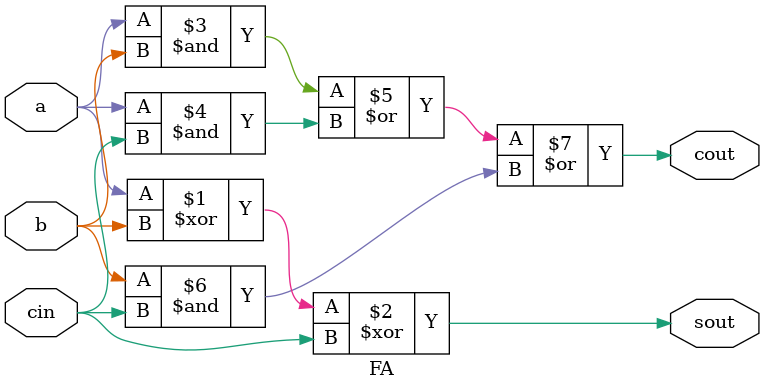
<source format=v>
`timescale 1ns / 1ps

module multiplier_4_x_4(product,inp1,inp2);

  output [7:0]product;
  input [3:0]inp1;
  input [3:0]inp2;
  assign product[0]=(inp1[0]&inp2[0]);
  wire x1,x2,x3,x4,x5,x6,x7,x8,x9,x10,x11,x12,x13,x14,x15,x16,x17;

  HA HA1(product[1],x1,(inp1[1]&inp2[0]),(inp1[0]&inp2[1]));
  FA FA1(x2,x3,inp1[1]&inp2[1],(inp1[0]&inp2[2]),x1);
  FA FA2(x4,x5,(inp1[1]&inp2[2]),(inp1[0]&inp2[3]),x3);
  HA HA2(x6,x7,(inp1[1]&inp2[3]),x5);
  
  HA HA3(product[2],x15,x2,(inp1[2]&inp2[0]));
  FA FA5(x14,x16,x4,(inp1[2]&inp2[1]),x15);
  FA FA4(x13,x17,x6,(inp1[2]&inp2[2]),x16);
  FA FA3(x9,x8,x7,(inp1[2]&inp2[3]),x17);
  
  HA HA4(product[3],x12,x14,(inp1[3]&inp2[0]));
  FA FA8(product[4],x11,x13,(inp1[3]&inp2[1]),x12);
  FA FA7(product[5],x10,x9,(inp1[3]&inp2[2]),x11);
  FA FA6(product[6],product[7],x8,(inp1[3]&inp2[3]),x10);
  
endmodule

module HA(sout,cout,a,b);
  output sout,cout;
  input a,b;
  assign sout=a^b;
  assign cout=(a&b);
endmodule

module FA(sout,cout,a,b,cin);
  output sout,cout;
  input a,b,cin;
  assign sout=(a^b^cin);
  assign cout=((a&b)|(a&cin)|(b&cin));

endmodule

</source>
